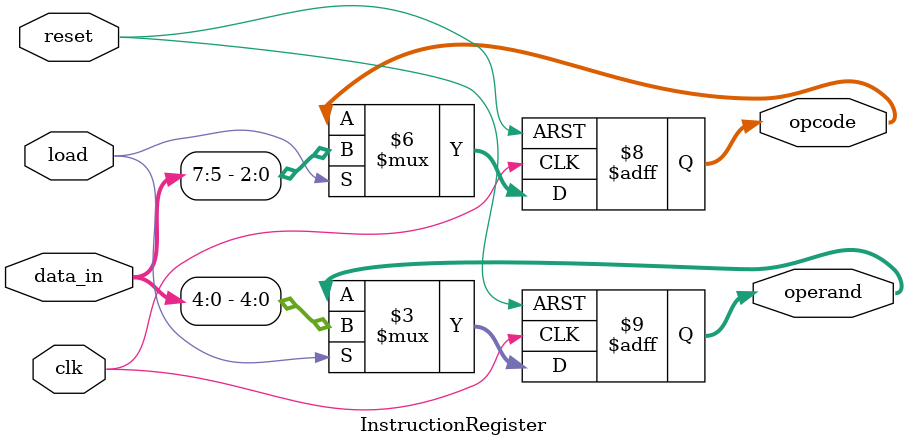
<source format=v>
module InstructionRegister#( 
    parameter WIDTH_ADDRESS_BIT = 5,
    parameter WIDTH_REG = 8,
    parameter OPCODE = 3
)(
    input clk,
    input reset,
    input load,
    input [WIDTH_REG-1:0] data_in,
    output reg [OPCODE-1:0] opcode,
    output reg [WIDTH_ADDRESS_BIT - 1:0] operand
);
    always @(posedge clk or posedge reset) begin
        if (reset) begin
            opcode <= 3'b0;
            operand <= 5'b0;
        end
        else if (load) begin
            opcode <= data_in[WIDTH_REG-1:WIDTH_ADDRESS_BIT];
            operand <= data_in[WIDTH_ADDRESS_BIT:0];
        end
	else begin
	    opcode <= opcode;
	    operand <= operand;
	end
    end
endmodule

</source>
